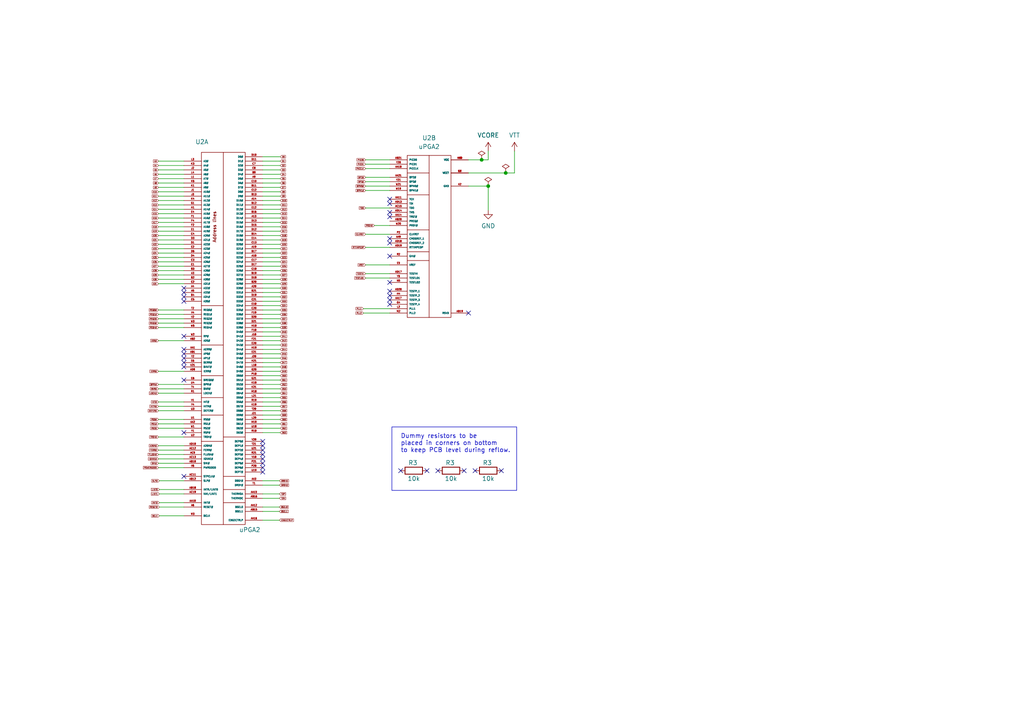
<source format=kicad_sch>
(kicad_sch (version 20230121) (generator eeschema)
  (paper "A4")
  (title_block (title "XBOX CPU inteposer") (date "2023-11-23") (rev "1.0") (company "zzattack.org"))
  (lib_symbols
    (symbol "Device:R" (pin_numbers hide) (pin_names (offset 0))
      (property "Reference" "R" (at 2.032 0 90))
      (property "Value" "R" (at 0 0 90))
      (symbol "R_1_1"
        (pin passive line (at 0 3.81 270) (length 1.27) (name "~") (number "1"))
        (pin passive line (at 0 -3.81 90) (length 1.27) (name "~") (number "2"))
      )
    )
    (symbol "interposer:VCORE" (power) (pin_names (offset 0))
      (property "Value" "VCORE" (at 0 3.556 0))
      (symbol "VCORE_1_1"
        (pin power_in line (at 0 0 90) (length 0) hide (name "VCORE") (number "1"))
      )
    )
    (symbol "interposer:VTT" (power) (pin_names (offset 0))
      (property "Value" "VTT" (at 0 3.556 0))
      (symbol "VTT_1_1"
        (pin power_in line (at 0 0 90) (length 0) hide (name "VTT") (number "1"))
      )
    )
    (symbol "interposer:uPGA2"
      (property "Reference" "U" (at -12.7 59.69 0))
      (property "Value" "uPGA2" (at 6.35 -54.61 0))
      (symbol "uPGA2_1_0"
        (text "Address lines" (at -2.54 35.56 900) (effects (font (size 0.889 0.889))))
        (pin unspecified line (at 11.43 38.1 180) (length 5.08) (name "D14#") (number "A13"))
        (pin unspecified line (at 11.43 43.18 180) (length 5.08) (name "D10#") (number "A14"))
        (pin unspecified line (at 11.43 26.67 180) (length 5.08) (name "D23#") (number "A18"))
        (pin unspecified line (at 11.43 29.21 180) (length 5.08) (name "D21#") (number "A19"))
        (pin unspecified line (at 11.43 17.78 180) (length 5.08) (name "D30#") (number "A20"))
        (pin unspecified line (at -11.43 21.59 0) (length 5.08) (name "A29#") (number "A3"))
        (pin unspecified line (at -11.43 17.78 0) (length 5.08) (name "A32#") (number "A4"))
        (pin unspecified line (at -11.43 16.51 0) (length 5.08) (name "A33#") (number "A5"))
        (pin unspecified line (at -11.43 -45.72 0) (length 5.08) (name "RESET#") (number "A6"))
        (pin unspecified line (at 11.43 49.53 180) (length 5.08) (name "D5#") (number "A9"))
        (pin unspecified line (at -11.43 0 0) (length 5.08) (name "AERR#") (number "AA1"))
        (pin unspecified line (at -11.43 -44.45 0) (length 5.08) (name "INIT#") (number "AA10"))
        (pin unspecified line (at 11.43 -45.72 180) (length 5.08) (name "BSEL0") (number "AA12"))
        (pin unspecified line (at 11.43 -41.91 180) (length 5.08) (name "THERMDA") (number "AA15"))
        (pin unspecified line (at 11.43 -49.53 180) (length 5.08) (name "EDGECTRLP") (number "AA16"))
        (pin unspecified line (at -11.43 -21.59 0) (length 5.08) (name "RS1#") (number "AA2"))
        (pin unspecified line (at 11.43 -38.1 180) (length 5.08) (name "DBSY#") (number "AA3"))
        (pin unspecified line (at -11.43 -1.27 0) (length 5.08) (name "AP0#") (number "AB1"))
        (pin unspecified line (at -11.43 -33.02 0) (length 5.08) (name "SMI#") (number "AB10"))
        (pin unspecified line (at -11.43 -38.1 0) (length 5.08) (name "SLP#") (number "AB12"))
        (pin unspecified line (at 11.43 -46.99 180) (length 5.08) (name "BSEL1") (number "AB15"))
        (pin unspecified line (at 11.43 -43.18 180) (length 5.08) (name "THERMDC") (number "AB16"))
        (pin unspecified line (at -11.43 -40.64 0) (length 5.08) (name "INTR/LINT0") (number "AB18"))
        (pin unspecified line (at -11.43 2.54 0) (length 5.08) (name "ADS#") (number "AB2"))
        (pin unspecified line (at -11.43 -36.83 0) (length 5.08) (name "STPCLK#") (number "AC11"))
        (pin unspecified line (at -11.43 -29.21 0) (length 5.08) (name "FERR#") (number "AC12"))
        (pin unspecified line (at -11.43 -31.75 0) (length 5.08) (name "IGNNE#") (number "AC13"))
        (pin unspecified line (at -11.43 -41.91 0) (length 5.08) (name "NMI/LINT1") (number "AC19"))
        (pin unspecified line (at -11.43 -30.48 0) (length 5.08) (name "FLUSH#") (number "AC9"))
        (pin unspecified line (at -11.43 -27.94 0) (length 5.08) (name "A20M#") (number "AD10"))
        (pin unspecified line (at -11.43 -6.35 0) (length 5.08) (name "IERR#") (number "AD9"))
        (pin unspecified line (at 11.43 46.99 180) (length 5.08) (name "D7#") (number "B11"))
        (pin unspecified line (at 11.43 41.91 180) (length 5.08) (name "D11#") (number "B12"))
        (pin unspecified line (at 11.43 44.45 180) (length 5.08) (name "D9#") (number "B13"))
        (pin unspecified line (at 11.43 33.02 180) (length 5.08) (name "D18#") (number "B14"))
        (pin unspecified line (at 11.43 39.37 180) (length 5.08) (name "D13#") (number "B16"))
        (pin unspecified line (at 11.43 27.94 180) (length 5.08) (name "D22#") (number "B17"))
        (pin unspecified line (at 11.43 21.59 180) (length 5.08) (name "D27#") (number "B19"))
        (pin unspecified line (at -11.43 20.32 0) (length 5.08) (name "A30#") (number "B2"))
        (pin unspecified line (at 11.43 19.05 180) (length 5.08) (name "D29#") (number "B20"))
        (pin unspecified line (at 11.43 16.51 180) (length 5.08) (name "D31#") (number "B21"))
        (pin unspecified line (at -11.43 22.86 0) (length 5.08) (name "A28#") (number "B3"))
        (pin unspecified line (at -11.43 15.24 0) (length 5.08) (name "A34#") (number "B4"))
        (pin unspecified line (at 11.43 50.8 180) (length 5.08) (name "D4#") (number "B9"))
        (pin unspecified line (at -11.43 24.13 0) (length 5.08) (name "A27#") (number "C1"))
        (pin unspecified line (at 11.43 48.26 180) (length 5.08) (name "D6#") (number "C10"))
        (pin unspecified line (at 11.43 45.72 180) (length 5.08) (name "D8#") (number "C12"))
        (pin unspecified line (at 11.43 30.48 180) (length 5.08) (name "D20#") (number "C13"))
        (pin unspecified line (at 11.43 25.4 180) (length 5.08) (name "D24#") (number "C17"))
        (pin unspecified line (at 11.43 22.86 180) (length 5.08) (name "D26#") (number "C18"))
        (pin unspecified line (at -11.43 19.05 0) (length 5.08) (name "A31#") (number "C2"))
        (pin unspecified line (at 11.43 11.43 180) (length 5.08) (name "D35#") (number "C20"))
        (pin unspecified line (at 11.43 13.97 180) (length 5.08) (name "D33#") (number "C21"))
        (pin unspecified line (at -11.43 25.4 0) (length 5.08) (name "A26#") (number "C3"))
        (pin unspecified line (at -11.43 33.02 0) (length 5.08) (name "A20#") (number "C4"))
        (pin unspecified line (at -11.43 13.97 0) (length 5.08) (name "A35#") (number "C5"))
        (pin unspecified line (at -11.43 -8.89 0) (length 5.08) (name "BREQ0#") (number "C6"))
        (pin unspecified line (at 11.43 53.34 180) (length 5.08) (name "D2#") (number "C7"))
        (pin unspecified line (at 11.43 52.07 180) (length 5.08) (name "D3#") (number "C8"))
        (pin unspecified line (at -11.43 30.48 0) (length 5.08) (name "A22#") (number "D1"))
        (pin unspecified line (at 11.43 55.88 180) (length 5.08) (name "D0#") (number "D10"))
        (pin unspecified line (at 11.43 54.61 180) (length 5.08) (name "D1#") (number "D11"))
        (pin unspecified line (at 11.43 34.29 180) (length 5.08) (name "D17#") (number "D12"))
        (pin unspecified line (at 11.43 36.83 180) (length 5.08) (name "D15#") (number "D13"))
        (pin unspecified line (at 11.43 35.56 180) (length 5.08) (name "D16#") (number "D15"))
        (pin unspecified line (at 11.43 24.13 180) (length 5.08) (name "D25#") (number "D17"))
        (pin unspecified line (at 11.43 20.32 180) (length 5.08) (name "D28#") (number "D18"))
        (pin unspecified line (at 11.43 15.24 180) (length 5.08) (name "D32#") (number "D19"))
        (pin unspecified line (at 11.43 8.89 180) (length 5.08) (name "D37#") (number "D20"))
        (pin unspecified line (at 11.43 7.62 180) (length 5.08) (name "D38#") (number "D21"))
        (pin unspecified line (at -11.43 31.75 0) (length 5.08) (name "A21#") (number "D3"))
        (pin unspecified line (at -11.43 26.67 0) (length 5.08) (name "A25#") (number "D4"))
        (pin unspecified line (at -11.43 27.94 0) (length 5.08) (name "A24#") (number "D5"))
        (pin unspecified line (at -11.43 34.29 0) (length 5.08) (name "A19#") (number "E1"))
        (pin unspecified line (at 11.43 40.64 180) (length 5.08) (name "D12#") (number "E12"))
        (pin unspecified line (at 11.43 31.75 180) (length 5.08) (name "D19#") (number "E14"))
        (pin unspecified line (at 11.43 12.7 180) (length 5.08) (name "D34#") (number "E18"))
        (pin unspecified line (at -11.43 29.21 0) (length 5.08) (name "A23#") (number "E2"))
        (pin unspecified line (at 11.43 1.27 180) (length 5.08) (name "D43#") (number "E20"))
        (pin unspecified line (at 11.43 -1.27 180) (length 5.08) (name "D45#") (number "E21"))
        (pin unspecified line (at -11.43 39.37 0) (length 5.08) (name "A15#") (number "E4"))
        (pin unspecified line (at -11.43 -3.81 0) (length 5.08) (name "BERR#") (number "E6"))
        (pin unspecified line (at -11.43 38.1 0) (length 5.08) (name "A16#") (number "F1"))
        (pin unspecified line (at 11.43 5.08 180) (length 5.08) (name "D40#") (number "F18"))
        (pin unspecified line (at 11.43 10.16 180) (length 5.08) (name "D36#") (number "F19"))
        (pin unspecified line (at -11.43 35.56 0) (length 5.08) (name "A18#") (number "F2"))
        (pin unspecified line (at 11.43 2.54 180) (length 5.08) (name "D42#") (number "F21"))
        (pin unspecified line (at -11.43 36.83 0) (length 5.08) (name "A17#") (number "F4"))
        (pin unspecified line (at -11.43 41.91 0) (length 5.08) (name "A13#") (number "G1"))
        (pin unspecified line (at 11.43 -6.35 180) (length 5.08) (name "D49#") (number "G20"))
        (pin unspecified line (at 11.43 -8.89 180) (length 5.08) (name "D51#") (number "G21"))
        (pin unspecified line (at -11.43 40.64 0) (length 5.08) (name "A14#") (number "H1"))
        (pin unspecified line (at 11.43 6.35 180) (length 5.08) (name "D39#") (number "H18"))
        (pin unspecified line (at 11.43 0 180) (length 5.08) (name "D44#") (number "H19"))
        (pin unspecified line (at 11.43 -3.81 180) (length 5.08) (name "D47#") (number "H21"))
        (pin unspecified line (at -11.43 45.72 0) (length 5.08) (name "A10#") (number "J1"))
        (pin unspecified line (at 11.43 3.81 180) (length 5.08) (name "D41#") (number "J18"))
        (pin unspecified line (at -11.43 52.07 0) (length 5.08) (name "A5#") (number "J2"))
        (pin unspecified line (at 11.43 -2.54 180) (length 5.08) (name "D46#") (number "J20"))
        (pin unspecified line (at 11.43 -19.05 180) (length 5.08) (name "D59#") (number "J21"))
        (pin unspecified line (at -11.43 44.45 0) (length 5.08) (name "A11#") (number "J3"))
        (pin unspecified line (at -11.43 46.99 0) (length 5.08) (name "A9#") (number "K1"))
        (pin unspecified line (at 11.43 -10.16 180) (length 5.08) (name "D52#") (number "K18"))
        (pin unspecified line (at 11.43 -16.51 180) (length 5.08) (name "D57#") (number "K19"))
        (pin unspecified line (at 11.43 -11.43 180) (length 5.08) (name "D53#") (number "K21"))
        (pin unspecified line (at -11.43 53.34 0) (length 5.08) (name "A4#") (number "K3"))
        (pin unspecified line (at -11.43 43.18 0) (length 5.08) (name "A12#") (number "K4"))
        (pin unspecified line (at -11.43 48.26 0) (length 5.08) (name "A8#") (number "K5"))
        (pin unspecified line (at -11.43 49.53 0) (length 5.08) (name "A7#") (number "L1"))
        (pin unspecified line (at 11.43 -5.08 180) (length 5.08) (name "D48#") (number "L18"))
        (pin unspecified line (at 11.43 -20.32 180) (length 5.08) (name "D60#") (number "L20"))
        (pin unspecified line (at 11.43 -13.97 180) (length 5.08) (name "D55#") (number "L21"))
        (pin unspecified line (at -11.43 54.61 0) (length 5.08) (name "A3#") (number "L3"))
        (pin unspecified line (at -11.43 50.8 0) (length 5.08) (name "A6#") (number "L4"))
        (pin unspecified line (at 11.43 -12.7 180) (length 5.08) (name "D54#") (number "M18"))
        (pin unspecified line (at 11.43 -21.59 180) (length 5.08) (name "D61#") (number "M19"))
        (pin unspecified line (at -11.43 -48.26 0) (length 5.08) (name "BCLK") (number "M3"))
        (pin unspecified line (at 11.43 -7.62 180) (length 5.08) (name "D50#") (number "P18"))
        (pin unspecified line (at 11.43 -34.29 180) (length 5.08) (name "DEP6#") (number "P20"))
        (pin unspecified line (at 11.43 -33.02 180) (length 5.08) (name "DEP5#") (number "P21"))
        (pin unspecified line (at -11.43 -12.7 0) (length 5.08) (name "LOCK#") (number "R1"))
        (pin unspecified line (at 11.43 -24.13 180) (length 5.08) (name "D63#") (number "R18"))
        (pin unspecified line (at 11.43 -15.24 180) (length 5.08) (name "D56#") (number "R19"))
        (pin unspecified line (at 11.43 -30.48 180) (length 5.08) (name "DEP3#") (number "R21"))
        (pin unspecified line (at 11.43 -39.37 180) (length 5.08) (name "DRDY#") (number "T1"))
        (pin unspecified line (at -11.43 11.43 0) (length 5.08) (name "REQ0#") (number "T2"))
        (pin unspecified line (at 11.43 -17.78 180) (length 5.08) (name "D58#") (number "T20"))
        (pin unspecified line (at 11.43 -27.94 180) (length 5.08) (name "DEP1#") (number "T21"))
        (pin unspecified line (at -11.43 -11.43 0) (length 5.08) (name "BNR#") (number "T4"))
        (pin unspecified line (at -11.43 -20.32 0) (length 5.08) (name "RS0#") (number "U1"))
        (pin unspecified line (at 11.43 -22.86 180) (length 5.08) (name "D62#") (number "U18"))
        (pin unspecified line (at 11.43 -35.56 180) (length 5.08) (name "DEP7#") (number "U19"))
        (pin unspecified line (at -11.43 -25.4 0) (length 5.08) (name "TRDY#") (number "U2"))
        (pin unspecified line (at 11.43 -29.21 180) (length 5.08) (name "DEP2#") (number "U21"))
        (pin unspecified line (at -11.43 -17.78 0) (length 5.08) (name "DEFER#") (number "U3"))
        (pin unspecified line (at -11.43 -10.16 0) (length 5.08) (name "BPRI#") (number "U4"))
        (pin unspecified line (at -11.43 -15.24 0) (length 5.08) (name "HIT#") (number "V1"))
        (pin unspecified line (at 11.43 -31.75 180) (length 5.08) (name "DEP4#") (number "V18"))
        (pin unspecified line (at -11.43 8.89 0) (length 5.08) (name "REQ2#") (number "V2"))
        (pin unspecified line (at 11.43 -26.67 180) (length 5.08) (name "DEP0#") (number "V20"))
        (pin unspecified line (at -11.43 -5.08 0) (length 5.08) (name "BINIT#") (number "V21"))
        (pin unspecified line (at -11.43 10.16 0) (length 5.08) (name "REQ1#") (number "V4"))
        (pin unspecified line (at -11.43 -34.29 0) (length 5.08) (name "PWRGOOD") (number "V5"))
        (pin unspecified line (at -11.43 -22.86 0) (length 5.08) (name "RS2#") (number "W1"))
        (pin unspecified line (at -11.43 3.81 0) (length 5.08) (name "RP#") (number "W2"))
        (pin unspecified line (at -11.43 7.62 0) (length 5.08) (name "REQ3#") (number "W3"))
        (pin unspecified line (at -11.43 6.35 0) (length 5.08) (name "REQ4#") (number "W5"))
        (pin unspecified line (at -11.43 -24.13 0) (length 5.08) (name "RSP#") (number "Y1"))
        (pin unspecified line (at -11.43 -2.54 0) (length 5.08) (name "AP1#") (number "Y2"))
        (pin unspecified line (at -11.43 -16.51 0) (length 5.08) (name "HITM#") (number "Y4"))
      )
      (symbol "uPGA2_2_0"
        (pin power_in line (at 11.43 12.7 180) (length 5.08) hide (name "GND") (number "A12"))
        (pin power_in line (at 11.43 12.7 180) (length 5.08) (name "GND") (number "A2"))
        (pin power_in line (at 11.43 12.7 180) (length 5.08) hide (name "GND") (number "A21"))
        (pin power_in line (at 11.43 12.7 180) (length 5.08) hide (name "GND") (number "A7"))
        (pin power_in line (at 11.43 12.7 180) (length 5.08) hide (name "GND") (number "A8"))
        (pin unspecified line (at -11.43 8.89 0) (length 5.08) (name "TCK") (number "AA11"))
        (pin power_in line (at 11.43 12.7 180) (length 5.08) hide (name "GND") (number "AA13"))
        (pin unspecified line (at -11.43 3.81 0) (length 5.08) (name "TRST#") (number "AA14"))
        (pin unspecified line (at -11.43 -20.32 0) (length 5.08) (name "TESTP_3") (number "AA17"))
        (pin unspecified line (at -11.43 17.78 0) (length 5.08) (name "PICCLK") (number "AA18"))
        (pin power_in line (at 11.43 12.7 180) (length 5.08) hide (name "GND") (number "AA20"))
        (pin unspecified line (at -11.43 15.24 0) (length 5.08) (name "BP2#") (number "AA21"))
        (pin power_in line (at 11.43 12.7 180) (length 5.08) hide (name "GND") (number "AA4"))
        (pin power_in line (at 11.43 16.51 180) (length 5.08) hide (name "VCCT") (number "AA6"))
        (pin power_in line (at 11.43 16.51 180) (length 5.08) hide (name "VCCT") (number "AA7"))
        (pin power_in line (at 11.43 16.51 180) (length 5.08) hide (name "VCCT") (number "AA8"))
        (pin unspecified line (at -11.43 -2.54 0) (length 5.08) (name "CMOSREF_1") (number "AA9"))
        (pin power_in line (at 11.43 12.7 180) (length 5.08) hide (name "GND") (number "AB11"))
        (pin power_in line (at 11.43 12.7 180) (length 5.08) hide (name "GND") (number "AB13"))
        (pin power_in line (at 11.43 12.7 180) (length 5.08) hide (name "GND") (number "AB14"))
        (pin power_in line (at 11.43 12.7 180) (length 5.08) hide (name "GND") (number "AB17"))
        (pin unspecified line (at 11.43 -24.13 180) (length 5.08) (name "RSVD") (number "AB19"))
        (pin unspecified line (at -11.43 2.54 0) (length 5.08) (name "PREQ#") (number "AB20"))
        (pin unspecified line (at -11.43 20.32 0) (length 5.08) (name "PICD0") (number "AB21"))
        (pin power_in line (at 11.43 12.7 180) (length 5.08) hide (name "GND") (number "AB3"))
        (pin power_in line (at 11.43 12.7 180) (length 5.08) hide (name "GND") (number "AB5"))
        (pin power_in line (at 11.43 16.51 180) (length 5.08) hide (name "VCCT") (number "AB6"))
        (pin power_in line (at 11.43 16.51 180) (length 5.08) hide (name "VCCT") (number "AB7"))
        (pin power_in line (at 11.43 16.51 180) (length 5.08) hide (name "VCCT") (number "AB8"))
        (pin power_in line (at 11.43 12.7 180) (length 5.08) hide (name "GND") (number "AB9"))
        (pin power_in line (at 11.43 12.7 180) (length 5.08) hide (name "GND") (number "AC1"))
        (pin power_in line (at 11.43 12.7 180) (length 5.08) hide (name "GND") (number "AC10"))
        (pin power_in line (at 11.43 12.7 180) (length 5.08) hide (name "GND") (number "AC14"))
        (pin unspecified line (at -11.43 6.35 0) (length 5.08) (name "TDO") (number "AC15"))
        (pin power_in line (at 11.43 12.7 180) (length 5.08) hide (name "GND") (number "AC16"))
        (pin power_in line (at 11.43 12.7 180) (length 5.08) hide (name "GND") (number "AC18"))
        (pin power_in line (at 11.43 12.7 180) (length 5.08) hide (name "GND") (number "AC2"))
        (pin power_in line (at 11.43 12.7 180) (length 5.08) hide (name "GND") (number "AC21"))
        (pin power_in line (at 11.43 12.7 180) (length 5.08) hide (name "GND") (number "AC5"))
        (pin power_in line (at 11.43 16.51 180) (length 5.08) hide (name "VCCT") (number "AC6"))
        (pin power_in line (at 11.43 16.51 180) (length 5.08) hide (name "VCCT") (number "AC7"))
        (pin power_in line (at 11.43 16.51 180) (length 5.08) hide (name "VCCT") (number "AC8"))
        (pin power_in line (at 11.43 12.7 180) (length 5.08) hide (name "GND") (number "AD1"))
        (pin unspecified line (at -11.43 7.62 0) (length 5.08) (name "TDI") (number "AD13"))
        (pin unspecified line (at -11.43 5.08 0) (length 5.08) (name "TMS") (number "AD14"))
        (pin power_in line (at 11.43 12.7 180) (length 5.08) hide (name "GND") (number "AD16"))
        (pin unspecified line (at -11.43 -12.7 0) (length 5.08) (name "TESTHI") (number "AD17"))
        (pin unspecified line (at -11.43 -3.81 0) (length 5.08) (name "CMOSREF_2") (number "AD18"))
        (pin unspecified line (at -11.43 -5.08 0) (length 5.08) (name "RTTIMPEDP") (number "AD19"))
        (pin unspecified line (at -11.43 -17.78 0) (length 5.08) (name "TESTP_1") (number "AD20"))
        (pin power_in line (at 11.43 12.7 180) (length 5.08) hide (name "GND") (number "AD21"))
        (pin power_in line (at 11.43 12.7 180) (length 5.08) hide (name "GND") (number "AD5"))
        (pin power_in line (at 11.43 16.51 180) (length 5.08) hide (name "VCCT") (number "AD6"))
        (pin power_in line (at 11.43 16.51 180) (length 5.08) hide (name "VCCT") (number "AD7"))
        (pin power_in line (at 11.43 16.51 180) (length 5.08) hide (name "VCCT") (number "AD8"))
        (pin power_in line (at 11.43 12.7 180) (length 5.08) hide (name "GND") (number "B1"))
        (pin power_in line (at 11.43 12.7 180) (length 5.08) hide (name "GND") (number "B10"))
        (pin power_in line (at 11.43 12.7 180) (length 5.08) hide (name "GND") (number "B15"))
        (pin power_in line (at 11.43 12.7 180) (length 5.08) hide (name "GND") (number "B18"))
        (pin power_in line (at 11.43 12.7 180) (length 5.08) hide (name "GND") (number "B5"))
        (pin power_in line (at 11.43 12.7 180) (length 5.08) hide (name "GND") (number "B6"))
        (pin power_in line (at 11.43 12.7 180) (length 5.08) hide (name "GND") (number "B7"))
        (pin power_in line (at 11.43 12.7 180) (length 5.08) hide (name "GND") (number "B8"))
        (pin power_in line (at 11.43 12.7 180) (length 5.08) hide (name "GND") (number "C11"))
        (pin power_in line (at 11.43 12.7 180) (length 5.08) hide (name "GND") (number "C15"))
        (pin power_in line (at 11.43 12.7 180) (length 5.08) hide (name "GND") (number "C16"))
        (pin power_in line (at 11.43 12.7 180) (length 5.08) hide (name "GND") (number "C19"))
        (pin power_in line (at 11.43 12.7 180) (length 5.08) hide (name "GND") (number "C9"))
        (pin power_in line (at 11.43 12.7 180) (length 5.08) hide (name "GND") (number "D2"))
        (pin power_in line (at 11.43 12.7 180) (length 5.08) hide (name "GND") (number "D6"))
        (pin power_in line (at 11.43 12.7 180) (length 5.08) hide (name "GND") (number "D7"))
        (pin power_in line (at 11.43 12.7 180) (length 5.08) hide (name "GND") (number "D9"))
        (pin power_in line (at 11.43 12.7 180) (length 5.08) hide (name "GND") (number "E10"))
        (pin power_in line (at 11.43 12.7 180) (length 5.08) hide (name "GND") (number "E11"))
        (pin power_in line (at 11.43 12.7 180) (length 5.08) hide (name "GND") (number "E13"))
        (pin power_in line (at -11.43 -10.16 0) (length 5.08) hide (name "VREF") (number "E16"))
        (pin power_in line (at -11.43 -10.16 0) (length 5.08) hide (name "VREF") (number "E17"))
        (pin power_in line (at 11.43 12.7 180) (length 5.08) hide (name "GND") (number "E19"))
        (pin power_in line (at 11.43 12.7 180) (length 5.08) hide (name "GND") (number "E3"))
        (pin unspecified line (at -11.43 -10.16 0) (length 5.08) (name "VREF") (number "E5"))
        (pin power_in line (at 11.43 12.7 180) (length 5.08) hide (name "GND") (number "E7"))
        (pin power_in line (at 11.43 12.7 180) (length 5.08) hide (name "GND") (number "E8"))
        (pin power_in line (at 11.43 12.7 180) (length 5.08) hide (name "GND") (number "E9"))
        (pin power_in line (at 11.43 12.7 180) (length 5.08) hide (name "GND") (number "F10"))
        (pin power_in line (at 11.43 12.7 180) (length 5.08) hide (name "GND") (number "F11"))
        (pin power_in line (at 11.43 12.7 180) (length 5.08) hide (name "GND") (number "F12"))
        (pin power_in line (at 11.43 12.7 180) (length 5.08) hide (name "GND") (number "F13"))
        (pin power_in line (at 11.43 12.7 180) (length 5.08) hide (name "GND") (number "F14"))
        (pin power_in line (at 11.43 12.7 180) (length 5.08) hide (name "GND") (number "F15"))
        (pin power_in line (at 11.43 12.7 180) (length 5.08) hide (name "GND") (number "F16"))
        (pin power_in line (at -11.43 -10.16 0) (length 5.08) hide (name "VREF") (number "F17"))
        (pin power_in line (at 11.43 12.7 180) (length 5.08) hide (name "GND") (number "F20"))
        (pin power_in line (at 11.43 12.7 180) (length 5.08) hide (name "GND") (number "F3"))
        (pin power_in line (at -11.43 -10.16 0) (length 5.08) hide (name "VREF") (number "F5"))
        (pin power_in line (at 11.43 12.7 180) (length 5.08) hide (name "GND") (number "F6"))
        (pin power_in line (at 11.43 12.7 180) (length 5.08) hide (name "GND") (number "F7"))
        (pin power_in line (at 11.43 12.7 180) (length 5.08) hide (name "GND") (number "F8"))
        (pin power_in line (at 11.43 12.7 180) (length 5.08) hide (name "GND") (number "F9"))
        (pin power_in line (at 11.43 16.51 180) (length 5.08) hide (name "VCCT") (number "G10"))
        (pin power_in line (at 11.43 16.51 180) (length 5.08) hide (name "VCCT") (number "G11"))
        (pin power_in line (at 11.43 16.51 180) (length 5.08) hide (name "VCCT") (number "G12"))
        (pin power_in line (at 11.43 16.51 180) (length 5.08) hide (name "VCCT") (number "G13"))
        (pin power_in line (at 11.43 16.51 180) (length 5.08) hide (name "VCCT") (number "G14"))
        (pin power_in line (at 11.43 16.51 180) (length 5.08) hide (name "VCCT") (number "G15"))
        (pin power_in line (at 11.43 16.51 180) (length 5.08) hide (name "VCCT") (number "G16"))
        (pin power_in line (at 11.43 16.51 180) (length 5.08) hide (name "VCCT") (number "G17"))
        (pin power_in line (at 11.43 12.7 180) (length 5.08) hide (name "GND") (number "G19"))
        (pin power_in line (at 11.43 12.7 180) (length 5.08) hide (name "GND") (number "G3"))
        (pin unspecified line (at -11.43 -21.59 0) (length 5.08) (name "TESTP_4") (number "G4"))
        (pin power_in line (at 11.43 16.51 180) (length 5.08) (name "VCCT") (number "G6"))
        (pin power_in line (at 11.43 16.51 180) (length 5.08) (name "VCCT") (number "G7"))
        (pin power_in line (at 11.43 16.51 180) (length 5.08) hide (name "VCCT") (number "G8"))
        (pin power_in line (at 11.43 16.51 180) (length 5.08) hide (name "VCCT") (number "G9"))
        (pin power_in line (at 11.43 20.32 180) (length 5.08) (name "VCC") (number "H10"))
        (pin power_in line (at 11.43 12.7 180) (length 5.08) hide (name "GND") (number "H11"))
        (pin power_in line (at 11.43 20.32 180) (length 5.08) hide (name "VCC") (number "H12"))
        (pin power_in line (at 11.43 12.7 180) (length 5.08) hide (name "GND") (number "H13"))
        (pin power_in line (at 11.43 20.32 180) (length 5.08) hide (name "VCC") (number "H14"))
        (pin power_in line (at 11.43 12.7 180) (length 5.08) hide (name "GND") (number "H15"))
        (pin power_in line (at 11.43 20.32 180) (length 5.08) hide (name "VCC") (number "H16"))
        (pin power_in line (at 11.43 16.51 180) (length 5.08) hide (name "VCCT") (number "H17"))
        (pin power_in line (at 11.43 12.7 180) (length 5.08) hide (name "GND") (number "H2"))
        (pin power_in line (at 11.43 12.7 180) (length 5.08) hide (name "GND") (number "H20"))
        (pin unspecified line (at -11.43 -19.05 0) (length 5.08) (name "TESTP_2") (number "H4"))
        (pin power_in line (at 11.43 16.51 180) (length 5.08) hide (name "VCCT") (number "H6"))
        (pin power_in line (at 11.43 12.7 180) (length 5.08) hide (name "GND") (number "H7"))
        (pin power_in line (at 11.43 20.32 180) (length 5.08) (name "VCC") (number "H8"))
        (pin power_in line (at 11.43 12.7 180) (length 5.08) hide (name "GND") (number "H9"))
        (pin power_in line (at 11.43 12.7 180) (length 5.08) hide (name "GND") (number "J10"))
        (pin power_in line (at 11.43 20.32 180) (length 5.08) hide (name "VCC") (number "J11"))
        (pin power_in line (at 11.43 12.7 180) (length 5.08) hide (name "GND") (number "J12"))
        (pin power_in line (at 11.43 20.32 180) (length 5.08) hide (name "VCC") (number "J13"))
        (pin power_in line (at 11.43 12.7 180) (length 5.08) hide (name "GND") (number "J14"))
        (pin power_in line (at 11.43 20.32 180) (length 5.08) hide (name "VCC") (number "J15"))
        (pin power_in line (at 11.43 12.7 180) (length 5.08) hide (name "GND") (number "J16"))
        (pin power_in line (at 11.43 16.51 180) (length 5.08) hide (name "VCCT") (number "J17"))
        (pin power_in line (at 11.43 12.7 180) (length 5.08) hide (name "GND") (number "J19"))
        (pin power_in line (at 11.43 12.7 180) (length 5.08) hide (name "GND") (number "J4"))
        (pin power_in line (at 11.43 16.51 180) (length 5.08) hide (name "VCCT") (number "J6"))
        (pin power_in line (at 11.43 20.32 180) (length 5.08) hide (name "VCC") (number "J7"))
        (pin power_in line (at 11.43 12.7 180) (length 5.08) hide (name "GND") (number "J8"))
        (pin power_in line (at 11.43 20.32 180) (length 5.08) hide (name "VCC") (number "J9"))
        (pin power_in line (at 11.43 20.32 180) (length 5.08) hide (name "VCC") (number "K10"))
        (pin power_in line (at 11.43 12.7 180) (length 5.08) hide (name "GND") (number "K11"))
        (pin power_in line (at 11.43 20.32 180) (length 5.08) hide (name "VCC") (number "K12"))
        (pin power_in line (at 11.43 12.7 180) (length 5.08) hide (name "GND") (number "K13"))
        (pin power_in line (at 11.43 20.32 180) (length 5.08) hide (name "VCC") (number "K14"))
        (pin power_in line (at 11.43 12.7 180) (length 5.08) hide (name "GND") (number "K15"))
        (pin power_in line (at 11.43 20.32 180) (length 5.08) hide (name "VCC") (number "K16"))
        (pin power_in line (at 11.43 16.51 180) (length 5.08) hide (name "VCCT") (number "K17"))
        (pin power_in line (at 11.43 12.7 180) (length 5.08) hide (name "GND") (number "K2"))
        (pin power_in line (at 11.43 12.7 180) (length 5.08) hide (name "GND") (number "K20"))
        (pin power_in line (at 11.43 16.51 180) (length 5.08) hide (name "VCCT") (number "K6"))
        (pin power_in line (at 11.43 12.7 180) (length 5.08) hide (name "GND") (number "K7"))
        (pin power_in line (at 11.43 20.32 180) (length 5.08) hide (name "VCC") (number "K8"))
        (pin power_in line (at 11.43 12.7 180) (length 5.08) hide (name "GND") (number "K9"))
        (pin power_in line (at 11.43 12.7 180) (length 5.08) hide (name "GND") (number "L10"))
        (pin power_in line (at 11.43 20.32 180) (length 5.08) hide (name "VCC") (number "L11"))
        (pin power_in line (at 11.43 12.7 180) (length 5.08) hide (name "GND") (number "L12"))
        (pin power_in line (at 11.43 20.32 180) (length 5.08) hide (name "VCC") (number "L13"))
        (pin power_in line (at 11.43 12.7 180) (length 5.08) hide (name "GND") (number "L14"))
        (pin power_in line (at 11.43 20.32 180) (length 5.08) hide (name "VCC") (number "L15"))
        (pin power_in line (at 11.43 12.7 180) (length 5.08) hide (name "GND") (number "L16"))
        (pin power_in line (at 11.43 16.51 180) (length 5.08) hide (name "VCCT") (number "L17"))
        (pin power_in line (at 11.43 12.7 180) (length 5.08) hide (name "GND") (number "L19"))
        (pin unspecified line (at -11.43 -22.86 0) (length 5.08) (name "PLL1") (number "L2"))
        (pin power_in line (at 11.43 12.7 180) (length 5.08) hide (name "GND") (number "L5"))
        (pin power_in line (at 11.43 16.51 180) (length 5.08) hide (name "VCCT") (number "L6"))
        (pin power_in line (at 11.43 20.32 180) (length 5.08) hide (name "VCC") (number "L7"))
        (pin power_in line (at 11.43 12.7 180) (length 5.08) hide (name "GND") (number "L8"))
        (pin power_in line (at 11.43 20.32 180) (length 5.08) hide (name "VCC") (number "L9"))
        (pin power_in line (at 11.43 20.32 180) (length 5.08) hide (name "VCC") (number "M10"))
        (pin power_in line (at 11.43 12.7 180) (length 5.08) hide (name "GND") (number "M11"))
        (pin power_in line (at 11.43 20.32 180) (length 5.08) hide (name "VCC") (number "M12"))
        (pin power_in line (at 11.43 12.7 180) (length 5.08) hide (name "GND") (number "M13"))
        (pin power_in line (at 11.43 20.32 180) (length 5.08) hide (name "VCC") (number "M14"))
        (pin power_in line (at 11.43 12.7 180) (length 5.08) hide (name "GND") (number "M15"))
        (pin power_in line (at 11.43 20.32 180) (length 5.08) hide (name "VCC") (number "M16"))
        (pin power_in line (at 11.43 16.51 180) (length 5.08) hide (name "VCCT") (number "M17"))
        (pin unspecified line (at -11.43 -24.13 0) (length 5.08) (name "PLL2") (number "M2"))
        (pin power_in line (at 11.43 12.7 180) (length 5.08) hide (name "GND") (number "M20"))
        (pin power_in line (at 11.43 16.51 180) (length 5.08) hide (name "VCCT") (number "M6"))
        (pin power_in line (at 11.43 12.7 180) (length 5.08) hide (name "GND") (number "M7"))
        (pin power_in line (at 11.43 20.32 180) (length 5.08) hide (name "VCC") (number "M8"))
        (pin power_in line (at 11.43 12.7 180) (length 5.08) hide (name "GND") (number "M9"))
        (pin power_in line (at 11.43 12.7 180) (length 5.08) hide (name "GND") (number "N10"))
        (pin power_in line (at 11.43 20.32 180) (length 5.08) hide (name "VCC") (number "N11"))
        (pin power_in line (at 11.43 12.7 180) (length 5.08) hide (name "GND") (number "N12"))
        (pin power_in line (at 11.43 20.32 180) (length 5.08) hide (name "VCC") (number "N13"))
        (pin power_in line (at 11.43 12.7 180) (length 5.08) hide (name "GND") (number "N14"))
        (pin power_in line (at 11.43 20.32 180) (length 5.08) hide (name "VCC") (number "N15"))
        (pin power_in line (at 11.43 12.7 180) (length 5.08) hide (name "GND") (number "N16"))
        (pin power_in line (at 11.43 16.51 180) (length 5.08) hide (name "VCCT") (number "N17"))
        (pin power_in line (at 11.43 12.7 180) (length 5.08) hide (name "GND") (number "N18"))
        (pin power_in line (at 11.43 12.7 180) (length 5.08) hide (name "GND") (number "N19"))
        (pin power_in line (at 11.43 12.7 180) (length 5.08) hide (name "GND") (number "N2"))
        (pin power_in line (at 11.43 12.7 180) (length 5.08) hide (name "GND") (number "N20"))
        (pin power_in line (at 11.43 12.7 180) (length 5.08) hide (name "GND") (number "N3"))
        (pin power_in line (at 11.43 12.7 180) (length 5.08) hide (name "GND") (number "N4"))
        (pin unspecified line (at -11.43 -15.24 0) (length 5.08) (name "TESTLO2") (number "N5"))
        (pin power_in line (at 11.43 16.51 180) (length 5.08) hide (name "VCCT") (number "N6"))
        (pin power_in line (at 11.43 20.32 180) (length 5.08) hide (name "VCC") (number "N7"))
        (pin power_in line (at 11.43 12.7 180) (length 5.08) hide (name "GND") (number "N8"))
        (pin power_in line (at 11.43 20.32 180) (length 5.08) hide (name "VCC") (number "N9"))
        (pin power_in line (at 11.43 16.51 180) (length 5.08) hide (name "VCCT") (number "P1"))
        (pin power_in line (at 11.43 20.32 180) (length 5.08) hide (name "VCC") (number "P10"))
        (pin power_in line (at 11.43 12.7 180) (length 5.08) hide (name "GND") (number "P11"))
        (pin power_in line (at 11.43 20.32 180) (length 5.08) hide (name "VCC") (number "P12"))
        (pin power_in line (at 11.43 12.7 180) (length 5.08) hide (name "GND") (number "P13"))
        (pin power_in line (at 11.43 20.32 180) (length 5.08) hide (name "VCC") (number "P14"))
        (pin power_in line (at 11.43 12.7 180) (length 5.08) hide (name "GND") (number "P15"))
        (pin power_in line (at 11.43 20.32 180) (length 5.08) hide (name "VCC") (number "P16"))
        (pin power_in line (at 11.43 16.51 180) (length 5.08) hide (name "VCCT") (number "P17"))
        (pin power_in line (at 11.43 12.7 180) (length 5.08) hide (name "GND") (number "P19"))
        (pin unspecified line (at -11.43 -1.27 0) (length 5.08) (name "CLKREF") (number "P2"))
        (pin power_in line (at 11.43 12.7 180) (length 5.08) hide (name "GND") (number "P5"))
        (pin power_in line (at 11.43 16.51 180) (length 5.08) hide (name "VCCT") (number "P6"))
        (pin power_in line (at 11.43 12.7 180) (length 5.08) hide (name "GND") (number "P7"))
        (pin power_in line (at 11.43 20.32 180) (length 5.08) hide (name "VCC") (number "P8"))
        (pin power_in line (at 11.43 12.7 180) (length 5.08) hide (name "GND") (number "P9"))
        (pin power_in line (at 11.43 12.7 180) (length 5.08) hide (name "GND") (number "R10"))
        (pin power_in line (at 11.43 20.32 180) (length 5.08) hide (name "VCC") (number "R11"))
        (pin power_in line (at 11.43 12.7 180) (length 5.08) hide (name "GND") (number "R12"))
        (pin power_in line (at 11.43 20.32 180) (length 5.08) hide (name "VCC") (number "R13"))
        (pin power_in line (at 11.43 12.7 180) (length 5.08) hide (name "GND") (number "R14"))
        (pin power_in line (at 11.43 20.32 180) (length 5.08) hide (name "VCC") (number "R15"))
        (pin power_in line (at 11.43 12.7 180) (length 5.08) hide (name "GND") (number "R16"))
        (pin power_in line (at 11.43 16.51 180) (length 5.08) hide (name "VCCT") (number "R17"))
        (pin unspecified line (at -11.43 -7.62 0) (length 5.08) (name "GHI#") (number "R2"))
        (pin power_in line (at 11.43 12.7 180) (length 5.08) hide (name "GND") (number "R20"))
        (pin power_in line (at 11.43 12.7 180) (length 5.08) hide (name "GND") (number "R3"))
        (pin power_in line (at 11.43 12.7 180) (length 5.08) hide (name "GND") (number "R4"))
        (pin power_in line (at 11.43 12.7 180) (length 5.08) hide (name "GND") (number "R5"))
        (pin power_in line (at 11.43 16.51 180) (length 5.08) hide (name "VCCT") (number "R6"))
        (pin power_in line (at 11.43 20.32 180) (length 5.08) hide (name "VCC") (number "R7"))
        (pin power_in line (at 11.43 12.7 180) (length 5.08) hide (name "GND") (number "R8"))
        (pin power_in line (at 11.43 20.32 180) (length 5.08) hide (name "VCC") (number "R9"))
        (pin power_in line (at 11.43 20.32 180) (length 5.08) hide (name "VCC") (number "T10"))
        (pin power_in line (at 11.43 12.7 180) (length 5.08) hide (name "GND") (number "T11"))
        (pin power_in line (at 11.43 20.32 180) (length 5.08) hide (name "VCC") (number "T12"))
        (pin power_in line (at 11.43 12.7 180) (length 5.08) hide (name "GND") (number "T13"))
        (pin power_in line (at 11.43 20.32 180) (length 5.08) hide (name "VCC") (number "T14"))
        (pin power_in line (at 11.43 12.7 180) (length 5.08) hide (name "GND") (number "T15"))
        (pin power_in line (at 11.43 20.32 180) (length 5.08) hide (name "VCC") (number "T16"))
        (pin power_in line (at 11.43 16.51 180) (length 5.08) hide (name "VCCT") (number "T17"))
        (pin power_in line (at 11.43 12.7 180) (length 5.08) hide (name "GND") (number "T18"))
        (pin power_in line (at 11.43 12.7 180) (length 5.08) hide (name "GND") (number "T19"))
        (pin power_in line (at 11.43 12.7 180) (length 5.08) hide (name "GND") (number "T3"))
        (pin power_in line (at 11.43 12.7 180) (length 5.08) hide (name "GND") (number "T5"))
        (pin power_in line (at 11.43 16.51 180) (length 5.08) hide (name "VCCT") (number "T6"))
        (pin power_in line (at 11.43 12.7 180) (length 5.08) hide (name "GND") (number "T7"))
        (pin power_in line (at 11.43 20.32 180) (length 5.08) hide (name "VCC") (number "T8"))
        (pin power_in line (at 11.43 12.7 180) (length 5.08) hide (name "GND") (number "T9"))
        (pin power_in line (at 11.43 12.7 180) (length 5.08) hide (name "GND") (number "U10"))
        (pin power_in line (at 11.43 20.32 180) (length 5.08) hide (name "VCC") (number "U11"))
        (pin power_in line (at 11.43 12.7 180) (length 5.08) hide (name "GND") (number "U12"))
        (pin power_in line (at 11.43 20.32 180) (length 5.08) hide (name "VCC") (number "U13"))
        (pin power_in line (at 11.43 12.7 180) (length 5.08) hide (name "GND") (number "U14"))
        (pin power_in line (at 11.43 20.32 180) (length 5.08) hide (name "VCC") (number "U15"))
        (pin power_in line (at 11.43 12.7 180) (length 5.08) hide (name "GND") (number "U16"))
        (pin power_in line (at 11.43 16.51 180) (length 5.08) hide (name "VCCT") (number "U17"))
        (pin power_in line (at 11.43 12.7 180) (length 5.08) hide (name "GND") (number "U20"))
        (pin power_in line (at -11.43 -10.16 0) (length 5.08) hide (name "VREF") (number "U5"))
        (pin power_in line (at 11.43 16.51 180) (length 5.08) hide (name "VCCT") (number "U6"))
        (pin power_in line (at 11.43 20.32 180) (length 5.08) hide (name "VCC") (number "U7"))
        (pin power_in line (at 11.43 12.7 180) (length 5.08) hide (name "GND") (number "U8"))
        (pin power_in line (at 11.43 20.32 180) (length 5.08) hide (name "VCC") (number "U9"))
        (pin power_in line (at 11.43 16.51 180) (length 5.08) hide (name "VCCT") (number "V10"))
        (pin power_in line (at 11.43 16.51 180) (length 5.08) hide (name "VCCT") (number "V11"))
        (pin power_in line (at 11.43 16.51 180) (length 5.08) hide (name "VCCT") (number "V12"))
        (pin power_in line (at 11.43 16.51 180) (length 5.08) hide (name "VCCT") (number "V13"))
        (pin power_in line (at 11.43 16.51 180) (length 5.08) hide (name "VCCT") (number "V14"))
        (pin power_in line (at 11.43 16.51 180) (length 5.08) hide (name "VCCT") (number "V15"))
        (pin power_in line (at 11.43 16.51 180) (length 5.08) hide (name "VCCT") (number "V16"))
        (pin power_in line (at 11.43 16.51 180) (length 5.08) hide (name "VCCT") (number "V17"))
        (pin power_in line (at 11.43 12.7 180) (length 5.08) hide (name "GND") (number "V19"))
        (pin power_in line (at 11.43 12.7 180) (length 5.08) hide (name "GND") (number "V3"))
        (pin power_in line (at 11.43 16.51 180) (length 5.08) hide (name "VCCT") (number "V6"))
        (pin power_in line (at 11.43 16.51 180) (length 5.08) hide (name "VCCT") (number "V7"))
        (pin power_in line (at 11.43 16.51 180) (length 5.08) hide (name "VCCT") (number "V8"))
        (pin power_in line (at 11.43 16.51 180) (length 5.08) hide (name "VCCT") (number "V9"))
        (pin power_in line (at 11.43 16.51 180) (length 5.08) hide (name "VCCT") (number "W10"))
        (pin power_in line (at 11.43 16.51 180) (length 5.08) hide (name "VCCT") (number "W11"))
        (pin power_in line (at 11.43 16.51 180) (length 5.08) hide (name "VCCT") (number "W12"))
        (pin power_in line (at 11.43 16.51 180) (length 5.08) hide (name "VCCT") (number "W13"))
        (pin power_in line (at 11.43 16.51 180) (length 5.08) hide (name "VCCT") (number "W14"))
        (pin power_in line (at 11.43 16.51 180) (length 5.08) hide (name "VCCT") (number "W15"))
        (pin power_in line (at 11.43 16.51 180) (length 5.08) hide (name "VCCT") (number "W16"))
        (pin power_in line (at 11.43 16.51 180) (length 5.08) hide (name "VCCT") (number "W17"))
        (pin power_in line (at 11.43 12.7 180) (length 5.08) hide (name "GND") (number "W18"))
        (pin unspecified line (at -11.43 11.43 0) (length 5.08) (name "BPM1#") (number "W19"))
        (pin unspecified line (at -11.43 1.27 0) (length 5.08) (name "PRDY#") (number "W20"))
        (pin unspecified line (at -11.43 12.7 0) (length 5.08) (name "BPM0#") (number "W21"))
        (pin power_in line (at 11.43 12.7 180) (length 5.08) hide (name "GND") (number "W4"))
        (pin power_in line (at 11.43 16.51 180) (length 5.08) hide (name "VCCT") (number "W6"))
        (pin power_in line (at 11.43 16.51 180) (length 5.08) hide (name "VCCT") (number "W7"))
        (pin power_in line (at 11.43 16.51 180) (length 5.08) hide (name "VCCT") (number "W8"))
        (pin power_in line (at 11.43 16.51 180) (length 5.08) hide (name "VCCT") (number "W9"))
        (pin power_in line (at 11.43 12.7 180) (length 5.08) hide (name "GND") (number "Y10"))
        (pin power_in line (at 11.43 12.7 180) (length 5.08) hide (name "GND") (number "Y11"))
        (pin power_in line (at 11.43 12.7 180) (length 5.08) hide (name "GND") (number "Y12"))
        (pin power_in line (at 11.43 12.7 180) (length 5.08) hide (name "GND") (number "Y13"))
        (pin power_in line (at 11.43 12.7 180) (length 5.08) hide (name "GND") (number "Y14"))
        (pin power_in line (at 11.43 12.7 180) (length 5.08) hide (name "GND") (number "Y15"))
        (pin power_in line (at 11.43 12.7 180) (length 5.08) hide (name "GND") (number "Y16"))
        (pin power_in line (at -11.43 -10.16 0) (length 5.08) hide (name "VREF") (number "Y17"))
        (pin power_in line (at -11.43 -10.16 0) (length 5.08) hide (name "VREF") (number "Y18"))
        (pin power_in line (at 11.43 12.7 180) (length 5.08) hide (name "GND") (number "Y19"))
        (pin unspecified line (at -11.43 19.05 0) (length 5.08) (name "PICD1") (number "Y20"))
        (pin unspecified line (at -11.43 13.97 0) (length 5.08) (name "BP3#") (number "Y21"))
        (pin power_in line (at 11.43 12.7 180) (length 5.08) hide (name "GND") (number "Y3"))
        (pin unspecified line (at -11.43 -13.97 0) (length 5.08) (name "TESTLO1") (number "Y5"))
        (pin power_in line (at 11.43 16.51 180) (length 5.08) hide (name "VCCT") (number "Y6"))
        (pin power_in line (at 11.43 16.51 180) (length 5.08) hide (name "VCCT") (number "Y7"))
        (pin power_in line (at 11.43 16.51 180) (length 5.08) hide (name "VCCT") (number "Y8"))
        (pin power_in line (at 11.43 12.7 180) (length 5.08) hide (name "GND") (number "Y9"))
      )
    )
    (symbol "power:GND" (power) (pin_names (offset 0))
      (property "Value" "GND" (at 0 -3.81 0))
      (symbol "GND_1_1"
        (pin power_in line (at 0 0 270) (length 0) hide (name "GND") (number "1"))
      )
    )
    (symbol "power:PWR_FLAG" (power) (pin_numbers hide) (pin_names (offset 0) hide)
      (property "Value" "PWR_FLAG" (at 0 3.81 0))
      (symbol "PWR_FLAG_0_0"
        (pin power_out line (at 0 0 90) (length 0) (name "pwr") (number "1"))
      )
    )
  )
  (junction (at 146.685 50.165))
  (junction (at 141.605 53.975))
  (junction (at 139.7 46.355))
  (no_connect (at 76.2 134.366))
  (no_connect (at 53.34 102.616))
  (no_connect (at 53.34 97.536))
  (no_connect (at 113.03 70.485))
  (no_connect (at 145.415 136.525))
  (no_connect (at 76.2 131.826))
  (no_connect (at 53.34 138.176))
  (no_connect (at 53.34 83.566))
  (no_connect (at 134.62 136.525))
  (no_connect (at 116.205 136.525))
  (no_connect (at 113.03 69.215))
  (no_connect (at 53.34 87.376))
  (no_connect (at 137.795 136.525))
  (no_connect (at 113.03 85.725))
  (no_connect (at 53.34 105.156))
  (no_connect (at 123.825 136.525))
  (no_connect (at 113.03 57.785))
  (no_connect (at 113.03 84.455))
  (no_connect (at 76.2 130.556))
  (no_connect (at 53.34 110.236))
  (no_connect (at 53.34 106.426))
  (no_connect (at 76.2 136.906))
  (no_connect (at 135.89 90.805))
  (no_connect (at 53.34 125.476))
  (no_connect (at 127 136.525))
  (no_connect (at 76.2 133.096))
  (no_connect (at 113.03 61.595))
  (no_connect (at 53.34 84.836))
  (no_connect (at 113.03 59.055))
  (no_connect (at 53.34 86.106))
  (no_connect (at 76.2 128.016))
  (no_connect (at 113.03 86.995))
  (no_connect (at 53.34 101.346))
  (no_connect (at 76.2 135.636))
  (no_connect (at 113.03 62.865))
  (no_connect (at 113.03 74.295))
  (no_connect (at 113.03 81.915))
  (no_connect (at 113.03 88.265))
  (no_connect (at 76.2 129.286))
  (no_connect (at 53.34 103.886))
  (wire (pts (xy 76.2 93.726) (xy 81.28 93.726)))
  (wire (pts (xy 76.2 63.246) (xy 81.28 63.246)))
  (wire (pts (xy 76.2 65.786) (xy 81.28 65.786)))
  (wire (pts (xy 76.2 114.046) (xy 81.28 114.046)))
  (wire (pts (xy 45.974 135.636) (xy 53.34 135.636)))
  (wire (pts (xy 53.34 72.136) (xy 45.974 72.136)))
  (wire (pts (xy 45.974 124.206) (xy 53.34 124.206)))
  (wire (pts (xy 76.2 92.456) (xy 81.28 92.456)))
  (wire (pts (xy 76.2 94.996) (xy 81.28 94.996)))
  (wire (pts (xy 106.045 52.705) (xy 113.03 52.705)))
  (wire (pts (xy 76.2 143.256) (xy 81.026 143.256)))
  (wire (pts (xy 76.2 73.406) (xy 81.28 73.406)))
  (wire (pts (xy 53.34 79.756) (xy 45.974 79.756)))
  (wire (pts (xy 76.2 45.466) (xy 81.28 45.466)))
  (wire (pts (xy 76.2 115.316) (xy 81.28 115.316)))
  (wire (pts (xy 76.2 140.716) (xy 81.026 140.716)))
  (wire (pts (xy 76.2 144.526) (xy 81.026 144.526)))
  (wire (pts (xy 76.2 84.836) (xy 81.28 84.836)))
  (wire (pts (xy 76.2 108.966) (xy 81.28 108.966)))
  (wire (pts (xy 76.2 111.506) (xy 81.28 111.506)))
  (wire (pts (xy 53.34 64.516) (xy 45.974 64.516)))
  (wire (pts (xy 76.2 55.626) (xy 81.28 55.626)))
  (wire (pts (xy 76.2 139.446) (xy 81.026 139.446)))
  (wire (pts (xy 76.2 147.066) (xy 81.026 147.066)))
  (wire (pts (xy 45.974 130.556) (xy 53.34 130.556)))
  (wire (pts (xy 76.2 124.206) (xy 81.28 124.206)))
  (wire (pts (xy 45.974 93.726) (xy 53.34 93.726)))
  (wire (pts (xy 76.2 82.296) (xy 81.28 82.296)))
  (wire (pts (xy 106.045 47.625) (xy 113.03 47.625)))
  (wire (pts (xy 76.2 101.346) (xy 81.28 101.346)))
  (wire (pts (xy 76.2 59.436) (xy 81.28 59.436)))
  (wire (pts (xy 46.228 141.986) (xy 53.34 141.986)))
  (wire (pts (xy 53.34 48.006) (xy 45.974 48.006)))
  (wire (pts (xy 76.2 148.336) (xy 81.026 148.336)))
  (wire (pts (xy 76.2 51.816) (xy 81.28 51.816)))
  (wire (pts (xy 53.34 61.976) (xy 45.974 61.976)))
  (wire (pts (xy 76.2 64.516) (xy 81.28 64.516)))
  (wire (pts (xy 53.34 46.736) (xy 45.974 46.736)))
  (wire (pts (xy 76.2 83.566) (xy 81.28 83.566)))
  (wire (pts (xy 76.2 122.936) (xy 81.28 122.936)))
  (wire (pts (xy 106.045 46.355) (xy 113.03 46.355)))
  (wire (pts (xy 53.34 58.166) (xy 45.974 58.166)))
  (wire (pts (xy 76.2 60.706) (xy 81.28 60.706)))
  (wire (pts (xy 53.34 67.056) (xy 45.974 67.056)))
  (wire (pts (xy 135.89 53.975) (xy 141.605 53.975)))
  (wire (pts (xy 76.2 91.186) (xy 81.28 91.186)))
  (wire (pts (xy 106.045 67.945) (xy 113.03 67.945)))
  (wire (pts (xy 76.2 110.236) (xy 81.28 110.236)))
  (wire (pts (xy 76.2 48.006) (xy 81.28 48.006)))
  (wire (pts (xy 53.34 73.406) (xy 45.974 73.406)))
  (wire (pts (xy 53.34 50.546) (xy 45.974 50.546)))
  (wire (pts (xy 45.974 134.366) (xy 53.34 134.366)))
  (wire (pts (xy 76.2 98.806) (xy 81.28 98.806)))
  (wire (pts (xy 45.974 92.456) (xy 53.34 92.456)))
  (wire (pts (xy 149.225 43.815) (xy 149.225 50.165)))
  (wire (pts (xy 106.045 53.975) (xy 113.03 53.975)))
  (wire (pts (xy 76.2 50.546) (xy 81.28 50.546)))
  (wire (pts (xy 53.34 68.326) (xy 45.974 68.326)))
  (wire (pts (xy 53.34 70.866) (xy 45.974 70.866)))
  (wire (pts (xy 53.34 53.086) (xy 45.974 53.086)))
  (wire (pts (xy 53.34 82.296) (xy 45.974 82.296)))
  (wire (pts (xy 76.2 56.896) (xy 81.28 56.896)))
  (wire (pts (xy 135.89 50.165) (xy 146.685 50.165)))
  (wire (pts (xy 146.685 50.165) (xy 149.225 50.165)))
  (wire (pts (xy 45.974 133.096) (xy 53.34 133.096)))
  (wire (pts (xy 45.974 107.696) (xy 53.34 107.696)))
  (wire (pts (xy 76.2 72.136) (xy 81.28 72.136)))
  (wire (pts (xy 45.974 131.826) (xy 53.34 131.826)))
  (wire (pts (xy 53.34 75.946) (xy 45.974 75.946)))
  (wire (pts (xy 76.2 46.736) (xy 81.28 46.736)))
  (wire (pts (xy 76.2 89.916) (xy 81.28 89.916)))
  (wire (pts (xy 76.2 86.106) (xy 81.28 86.106)))
  (wire (pts (xy 76.2 53.086) (xy 81.28 53.086)))
  (wire (pts (xy 76.2 88.646) (xy 81.28 88.646)))
  (wire (pts (xy 45.974 129.286) (xy 53.34 129.286)))
  (wire (pts (xy 113.03 80.645) (xy 106.045 80.645)))
  (wire (pts (xy 46.228 139.446) (xy 53.34 139.446)))
  (wire (pts (xy 53.34 55.626) (xy 45.974 55.626)))
  (wire (pts (xy 106.045 60.325) (xy 113.03 60.325)))
  (wire (pts (xy 76.2 68.326) (xy 81.28 68.326)))
  (wire (pts (xy 141.605 43.815) (xy 141.605 46.355)))
  (wire (pts (xy 108.585 65.405) (xy 113.03 65.405)))
  (wire (pts (xy 76.2 103.886) (xy 81.28 103.886)))
  (wire (pts (xy 45.974 94.996) (xy 53.34 94.996)))
  (wire (pts (xy 53.34 77.216) (xy 45.974 77.216)))
  (wire (pts (xy 45.974 126.746) (xy 53.34 126.746)))
  (wire (pts (xy 46.228 149.606) (xy 53.34 149.606)))
  (wire (pts (xy 76.2 100.076) (xy 81.28 100.076)))
  (wire (pts (xy 76.2 75.946) (xy 81.28 75.946)))
  (wire (pts (xy 76.2 106.426) (xy 81.28 106.426)))
  (wire (pts (xy 76.2 120.396) (xy 81.28 120.396)))
  (wire (pts (xy 106.045 55.245) (xy 113.03 55.245)))
  (wire (pts (xy 53.34 69.596) (xy 45.974 69.596)))
  (wire (pts (xy 76.2 74.676) (xy 81.28 74.676)))
  (wire (pts (xy 76.2 121.666) (xy 81.28 121.666)))
  (wire (pts (xy 106.045 48.895) (xy 113.03 48.895)))
  (wire (pts (xy 45.974 122.936) (xy 53.34 122.936)))
  (wire (pts (xy 45.974 117.856) (xy 53.34 117.856)))
  (wire (pts (xy 76.2 107.696) (xy 81.28 107.696)))
  (wire (pts (xy 105.41 89.535) (xy 113.03 89.535)))
  (wire (pts (xy 141.605 60.96) (xy 141.605 53.975)))
  (wire (pts (xy 45.974 98.806) (xy 53.34 98.806)))
  (wire (pts (xy 76.2 117.856) (xy 81.28 117.856)))
  (wire (pts (xy 76.2 116.586) (xy 81.28 116.586)))
  (wire (pts (xy 76.2 87.376) (xy 81.28 87.376)))
  (wire (pts (xy 113.03 71.755) (xy 106.045 71.755)))
  (wire (pts (xy 113.03 79.375) (xy 106.045 79.375)))
  (wire (pts (xy 45.974 114.046) (xy 53.34 114.046)))
  (wire (pts (xy 76.2 96.266) (xy 81.28 96.266)))
  (wire (pts (xy 53.34 59.436) (xy 45.974 59.436)))
  (wire (pts (xy 76.2 67.056) (xy 81.28 67.056)))
  (wire (pts (xy 45.974 111.506) (xy 53.34 111.506)))
  (wire (pts (xy 76.2 77.216) (xy 81.28 77.216)))
  (wire (pts (xy 76.2 70.866) (xy 81.28 70.866)))
  (wire (pts (xy 76.2 97.536) (xy 81.28 97.536)))
  (wire (pts (xy 46.228 145.796) (xy 53.34 145.796)))
  (wire (pts (xy 45.974 112.776) (xy 53.34 112.776)))
  (wire (pts (xy 76.2 102.616) (xy 81.28 102.616)))
  (wire (pts (xy 76.2 78.486) (xy 81.28 78.486)))
  (wire (pts (xy 76.2 54.356) (xy 81.28 54.356)))
  (wire (pts (xy 53.34 74.676) (xy 45.974 74.676)))
  (wire (pts (xy 53.34 65.786) (xy 45.974 65.786)))
  (wire (pts (xy 76.2 49.276) (xy 81.28 49.276)))
  (wire (pts (xy 46.228 143.256) (xy 53.34 143.256)))
  (wire (pts (xy 76.2 105.156) (xy 81.28 105.156)))
  (wire (pts (xy 76.2 81.026) (xy 81.28 81.026)))
  (wire (pts (xy 45.974 119.126) (xy 53.34 119.126)))
  (wire (pts (xy 76.2 112.776) (xy 81.28 112.776)))
  (wire (pts (xy 76.2 150.876) (xy 81.026 150.876)))
  (wire (pts (xy 113.03 76.835) (xy 106.045 76.835)))
  (wire (pts (xy 53.34 78.486) (xy 45.974 78.486)))
  (wire (pts (xy 53.34 63.246) (xy 45.974 63.246)))
  (wire (pts (xy 76.2 79.756) (xy 81.28 79.756)))
  (wire (pts (xy 45.974 121.666) (xy 53.34 121.666)))
  (wire (pts (xy 53.34 54.356) (xy 45.974 54.356)))
  (wire (pts (xy 45.974 116.586) (xy 53.34 116.586)))
  (wire (pts (xy 53.34 56.896) (xy 45.974 56.896)))
  (wire (pts (xy 139.7 46.355) (xy 135.89 46.355)))
  (wire (pts (xy 45.974 89.916) (xy 53.34 89.916)))
  (wire (pts (xy 53.34 60.706) (xy 45.974 60.706)))
  (wire (pts (xy 53.34 81.026) (xy 45.974 81.026)))
  (wire (pts (xy 76.2 61.976) (xy 81.28 61.976)))
  (wire (pts (xy 105.41 90.805) (xy 113.03 90.805)))
  (wire (pts (xy 76.2 69.596) (xy 81.28 69.596)))
  (wire (pts (xy 76.2 58.166) (xy 81.28 58.166)))
  (wire (pts (xy 106.045 51.435) (xy 113.03 51.435)))
  (wire (pts (xy 46.228 147.066) (xy 53.34 147.066)))
  (wire (pts (xy 76.2 125.476) (xy 81.28 125.476)))
  (wire (pts (xy 45.974 91.186) (xy 53.34 91.186)))
  (wire (pts (xy 53.34 51.816) (xy 45.974 51.816)))
  (wire (pts (xy 141.605 46.355) (xy 139.7 46.355)))
  (wire (pts (xy 53.34 49.276) (xy 45.974 49.276)))
  (wire (pts (xy 76.2 119.126) (xy 81.28 119.126)))
  (rectangle (start 113.665 123.825) (end 149.86 142.24))
  (text "Dummy resistors to be\nplaced in corners on bottom\nto keep PCB level during reflow." (at 116.205 131.445 0) (effects (font (size 1.27 1.27)) (justify left bottom)))
  (global_label "RTTIMPEDP" (shape input) (at 106.045 71.755 180) (effects (font (size 0.4 0.4))) (property "Intersheetrefs" "${INTERSHEET_REFS}" (effects hide)))
  (global_label "TESTL01" (shape input) (at 106.045 80.645 180) (effects (font (size 0.4 0.4))) (property "Intersheetrefs" "${INTERSHEET_REFS}" (effects hide)))
  (global_label "D44" (shape input) (at 81.28 101.346 0) (effects (font (size 0.4 0.4))) (property "Intersheetrefs" "${INTERSHEET_REFS}" (effects hide)))
  (global_label "INIT#" (shape input) (at 46.228 145.796 180) (effects (font (size 0.4 0.4))) (property "Intersheetrefs" "${INTERSHEET_REFS}" (effects hide)))
  (global_label "PLL2" (shape input) (at 105.41 90.805 180) (effects (font (size 0.4 0.4))) (property "Intersheetrefs" "${INTERSHEET_REFS}" (effects hide)))
  (global_label "PRDY#" (shape input) (at 108.585 65.405 180) (effects (font (size 0.4 0.4))) (property "Intersheetrefs" "${INTERSHEET_REFS}" (effects hide)))
  (global_label "A11" (shape input) (at 45.974 56.896 180) (effects (font (size 0.4 0.4))) (property "Intersheetrefs" "${INTERSHEET_REFS}" (effects hide)))
  (global_label "A27" (shape input) (at 45.974 77.216 180) (effects (font (size 0.4 0.4))) (property "Intersheetrefs" "${INTERSHEET_REFS}" (effects hide)))
  (global_label "D25" (shape input) (at 81.28 77.216 0) (effects (font (size 0.4 0.4))) (property "Intersheetrefs" "${INTERSHEET_REFS}" (effects hide)))
  (global_label "RESET#" (shape input) (at 46.228 147.066 180) (effects (font (size 0.4 0.4))) (property "Intersheetrefs" "${INTERSHEET_REFS}" (effects hide)))
  (global_label "D45" (shape input) (at 81.28 102.616 0) (effects (font (size 0.4 0.4))) (property "Intersheetrefs" "${INTERSHEET_REFS}" (effects hide)))
  (global_label "D9" (shape input) (at 81.28 56.896 0) (effects (font (size 0.4 0.4))) (property "Intersheetrefs" "${INTERSHEET_REFS}" (effects hide)))
  (global_label "D60" (shape input) (at 81.28 121.666 0) (effects (font (size 0.4 0.4))) (property "Intersheetrefs" "${INTERSHEET_REFS}" (effects hide)))
  (global_label "CLKREF" (shape input) (at 106.045 67.945 180) (effects (font (size 0.4 0.4))) (property "Intersheetrefs" "${INTERSHEET_REFS}" (effects hide)))
  (global_label "LOCK#" (shape input) (at 45.974 114.046 180) (effects (font (size 0.4 0.4))) (property "Intersheetrefs" "${INTERSHEET_REFS}" (effects hide)))
  (global_label "BSEL1" (shape input) (at 81.026 148.336 0) (effects (font (size 0.4 0.4))) (property "Intersheetrefs" "${INTERSHEET_REFS}" (effects hide)))
  (global_label "D14" (shape input) (at 81.28 63.246 0) (effects (font (size 0.4 0.4))) (property "Intersheetrefs" "${INTERSHEET_REFS}" (effects hide)))
  (global_label "A23" (shape input) (at 45.974 72.136 180) (effects (font (size 0.4 0.4))) (property "Intersheetrefs" "${INTERSHEET_REFS}" (effects hide)))
  (global_label "D47" (shape input) (at 81.28 105.156 0) (effects (font (size 0.4 0.4))) (property "Intersheetrefs" "${INTERSHEET_REFS}" (effects hide)))
  (global_label "D33" (shape input) (at 81.28 87.376 0) (effects (font (size 0.4 0.4))) (property "Intersheetrefs" "${INTERSHEET_REFS}" (effects hide)))
  (global_label "BPM1#" (shape input) (at 106.045 55.245 180) (effects (font (size 0.4 0.4))) (property "Intersheetrefs" "${INTERSHEET_REFS}" (effects hide)))
  (global_label "D31" (shape input) (at 81.28 84.836 0) (effects (font (size 0.4 0.4))) (property "Intersheetrefs" "${INTERSHEET_REFS}" (effects hide)))
  (global_label "D28" (shape input) (at 81.28 81.026 0) (effects (font (size 0.4 0.4))) (property "Intersheetrefs" "${INTERSHEET_REFS}" (effects hide)))
  (global_label "TDP" (shape input) (at 81.026 143.256 0) (effects (font (size 0.4 0.4))) (property "Intersheetrefs" "${INTERSHEET_REFS}" (effects hide)))
  (global_label "PICCLK" (shape input) (at 106.045 48.895 180) (effects (font (size 0.4 0.4))) (property "Intersheetrefs" "${INTERSHEET_REFS}" (effects hide)))
  (global_label "A17" (shape input) (at 45.974 64.516 180) (effects (font (size 0.4 0.4))) (property "Intersheetrefs" "${INTERSHEET_REFS}" (effects hide)))
  (global_label "D39" (shape input) (at 81.28 94.996 0) (effects (font (size 0.4 0.4))) (property "Intersheetrefs" "${INTERSHEET_REFS}" (effects hide)))
  (global_label "REQ3#" (shape input) (at 45.974 93.726 180) (effects (font (size 0.4 0.4))) (property "Intersheetrefs" "${INTERSHEET_REFS}" (effects hide)))
  (global_label "A28" (shape input) (at 45.974 78.486 180) (effects (font (size 0.4 0.4))) (property "Intersheetrefs" "${INTERSHEET_REFS}" (effects hide)))
  (global_label "D30" (shape input) (at 81.28 83.566 0) (effects (font (size 0.4 0.4))) (property "Intersheetrefs" "${INTERSHEET_REFS}" (effects hide)))
  (global_label "A25" (shape input) (at 45.974 74.676 180) (effects (font (size 0.4 0.4))) (property "Intersheetrefs" "${INTERSHEET_REFS}" (effects hide)))
  (global_label "D57" (shape input) (at 81.28 117.856 0) (effects (font (size 0.4 0.4))) (property "Intersheetrefs" "${INTERSHEET_REFS}" (effects hide)))
  (global_label "A19" (shape input) (at 45.974 67.056 180) (effects (font (size 0.4 0.4))) (property "Intersheetrefs" "${INTERSHEET_REFS}" (effects hide)))
  (global_label "A20M#" (shape input) (at 45.974 129.286 180) (effects (font (size 0.4 0.4))) (property "Intersheetrefs" "${INTERSHEET_REFS}" (effects hide)))
  (global_label "DBSY#" (shape input) (at 81.026 139.446 0) (effects (font (size 0.4 0.4))) (property "Intersheetrefs" "${INTERSHEET_REFS}" (effects hide)))
  (global_label "REQ4#" (shape input) (at 45.974 94.996 180) (effects (font (size 0.4 0.4))) (property "Intersheetrefs" "${INTERSHEET_REFS}" (effects hide)))
  (global_label "D19" (shape input) (at 81.28 69.596 0) (effects (font (size 0.4 0.4))) (property "Intersheetrefs" "${INTERSHEET_REFS}" (effects hide)))
  (global_label "A30" (shape input) (at 45.974 81.026 180) (effects (font (size 0.4 0.4))) (property "Intersheetrefs" "${INTERSHEET_REFS}" (effects hide)))
  (global_label "D0" (shape input) (at 81.28 45.466 0) (effects (font (size 0.4 0.4))) (property "Intersheetrefs" "${INTERSHEET_REFS}" (effects hide)))
  (global_label "BSEL0" (shape input) (at 81.026 147.066 0) (effects (font (size 0.4 0.4))) (property "Intersheetrefs" "${INTERSHEET_REFS}" (effects hide)))
  (global_label "REQ1#" (shape input) (at 45.974 91.186 180) (effects (font (size 0.4 0.4))) (property "Intersheetrefs" "${INTERSHEET_REFS}" (effects hide)))
  (global_label "A18" (shape input) (at 45.974 65.786 180) (effects (font (size 0.4 0.4))) (property "Intersheetrefs" "${INTERSHEET_REFS}" (effects hide)))
  (global_label "D59" (shape input) (at 81.28 120.396 0) (effects (font (size 0.4 0.4))) (property "Intersheetrefs" "${INTERSHEET_REFS}" (effects hide)))
  (global_label "D49" (shape input) (at 81.28 107.696 0) (effects (font (size 0.4 0.4))) (property "Intersheetrefs" "${INTERSHEET_REFS}" (effects hide)))
  (global_label "LINT0" (shape input) (at 46.228 141.986 180) (effects (font (size 0.4 0.4))) (property "Intersheetrefs" "${INTERSHEET_REFS}" (effects hide)))
  (global_label "D58" (shape input) (at 81.28 119.126 0) (effects (font (size 0.4 0.4))) (property "Intersheetrefs" "${INTERSHEET_REFS}" (effects hide)))
  (global_label "A29" (shape input) (at 45.974 79.756 180) (effects (font (size 0.4 0.4))) (property "Intersheetrefs" "${INTERSHEET_REFS}" (effects hide)))
  (global_label "SMI#" (shape input) (at 45.974 134.366 180) (effects (font (size 0.4 0.4))) (property "Intersheetrefs" "${INTERSHEET_REFS}" (effects hide)))
  (global_label "D1" (shape input) (at 81.28 46.736 0) (effects (font (size 0.4 0.4))) (property "Intersheetrefs" "${INTERSHEET_REFS}" (effects hide)))
  (global_label "D51" (shape input) (at 81.28 110.236 0) (effects (font (size 0.4 0.4))) (property "Intersheetrefs" "${INTERSHEET_REFS}" (effects hide)))
  (global_label "BP3#" (shape input) (at 106.045 52.705 180) (effects (font (size 0.4 0.4))) (property "Intersheetrefs" "${INTERSHEET_REFS}" (effects hide)))
  (global_label "RS1#" (shape input) (at 45.974 122.936 180) (effects (font (size 0.4 0.4))) (property "Intersheetrefs" "${INTERSHEET_REFS}" (effects hide)))
  (global_label "A8" (shape input) (at 45.974 53.086 180) (effects (font (size 0.4 0.4))) (property "Intersheetrefs" "${INTERSHEET_REFS}" (effects hide)))
  (global_label "A24" (shape input) (at 45.974 73.406 180) (effects (font (size 0.4 0.4))) (property "Intersheetrefs" "${INTERSHEET_REFS}" (effects hide)))
  (global_label "A31" (shape input) (at 45.974 82.296 180) (effects (font (size 0.4 0.4))) (property "Intersheetrefs" "${INTERSHEET_REFS}" (effects hide)))
  (global_label "D43" (shape input) (at 81.28 100.076 0) (effects (font (size 0.4 0.4))) (property "Intersheetrefs" "${INTERSHEET_REFS}" (effects hide)))
  (global_label "A6" (shape input) (at 45.974 50.546 180) (effects (font (size 0.4 0.4))) (property "Intersheetrefs" "${INTERSHEET_REFS}" (effects hide)))
  (global_label "D32" (shape input) (at 81.28 86.106 0) (effects (font (size 0.4 0.4))) (property "Intersheetrefs" "${INTERSHEET_REFS}" (effects hide)))
  (global_label "D27" (shape input) (at 81.28 79.756 0) (effects (font (size 0.4 0.4))) (property "Intersheetrefs" "${INTERSHEET_REFS}" (effects hide)))
  (global_label "RS2#" (shape input) (at 45.974 124.206 180) (effects (font (size 0.4 0.4))) (property "Intersheetrefs" "${INTERSHEET_REFS}" (effects hide)))
  (global_label "D16" (shape input) (at 81.28 65.786 0) (effects (font (size 0.4 0.4))) (property "Intersheetrefs" "${INTERSHEET_REFS}" (effects hide)))
  (global_label "D36" (shape input) (at 81.28 91.186 0) (effects (font (size 0.4 0.4))) (property "Intersheetrefs" "${INTERSHEET_REFS}" (effects hide)))
  (global_label "D42" (shape input) (at 81.28 98.806 0) (effects (font (size 0.4 0.4))) (property "Intersheetrefs" "${INTERSHEET_REFS}" (effects hide)))
  (global_label "FLUSH#" (shape input) (at 45.974 131.826 180) (effects (font (size 0.4 0.4))) (property "Intersheetrefs" "${INTERSHEET_REFS}" (effects hide)))
  (global_label "D29" (shape input) (at 81.28 82.296 0) (effects (font (size 0.4 0.4))) (property "Intersheetrefs" "${INTERSHEET_REFS}" (effects hide)))
  (global_label "D41" (shape input) (at 81.28 97.536 0) (effects (font (size 0.4 0.4))) (property "Intersheetrefs" "${INTERSHEET_REFS}" (effects hide)))
  (global_label "A7" (shape input) (at 45.974 51.816 180) (effects (font (size 0.4 0.4))) (property "Intersheetrefs" "${INTERSHEET_REFS}" (effects hide)))
  (global_label "D2" (shape input) (at 81.28 48.006 0) (effects (font (size 0.4 0.4))) (property "Intersheetrefs" "${INTERSHEET_REFS}" (effects hide)))
  (global_label "D21" (shape input) (at 81.28 72.136 0) (effects (font (size 0.4 0.4))) (property "Intersheetrefs" "${INTERSHEET_REFS}" (effects hide)))
  (global_label "HITM#" (shape input) (at 45.974 117.856 180) (effects (font (size 0.4 0.4))) (property "Intersheetrefs" "${INTERSHEET_REFS}" (effects hide)))
  (global_label "D62" (shape input) (at 81.28 124.206 0) (effects (font (size 0.4 0.4))) (property "Intersheetrefs" "${INTERSHEET_REFS}" (effects hide)))
  (global_label "EDGECTRLP" (shape input) (at 81.026 150.876 0) (effects (font (size 0.4 0.4))) (property "Intersheetrefs" "${INTERSHEET_REFS}" (effects hide)))
  (global_label "A3" (shape input) (at 45.974 46.736 180) (effects (font (size 0.4 0.4))) (property "Intersheetrefs" "${INTERSHEET_REFS}" (effects hide)))
  (global_label "SLP#" (shape input) (at 46.228 139.446 180) (effects (font (size 0.4 0.4))) (property "Intersheetrefs" "${INTERSHEET_REFS}" (effects hide)))
  (global_label "D55" (shape input) (at 81.28 115.316 0) (effects (font (size 0.4 0.4))) (property "Intersheetrefs" "${INTERSHEET_REFS}" (effects hide)))
  (global_label "TDO" (shape input) (at 106.045 60.325 180) (effects (font (size 0.4 0.4))) (property "Intersheetrefs" "${INTERSHEET_REFS}" (effects hide)))
  (global_label "A5" (shape input) (at 45.974 49.276 180) (effects (font (size 0.4 0.4))) (property "Intersheetrefs" "${INTERSHEET_REFS}" (effects hide)))
  (global_label "D15" (shape input) (at 81.28 64.516 0) (effects (font (size 0.4 0.4))) (property "Intersheetrefs" "${INTERSHEET_REFS}" (effects hide)))
  (global_label "D26" (shape input) (at 81.28 78.486 0) (effects (font (size 0.4 0.4))) (property "Intersheetrefs" "${INTERSHEET_REFS}" (effects hide)))
  (global_label "RS0#" (shape input) (at 45.974 121.666 180) (effects (font (size 0.4 0.4))) (property "Intersheetrefs" "${INTERSHEET_REFS}" (effects hide)))
  (global_label "A12" (shape input) (at 45.974 58.166 180) (effects (font (size 0.4 0.4))) (property "Intersheetrefs" "${INTERSHEET_REFS}" (effects hide)))
  (global_label "D56" (shape input) (at 81.28 116.586 0) (effects (font (size 0.4 0.4))) (property "Intersheetrefs" "${INTERSHEET_REFS}" (effects hide)))
  (global_label "D52" (shape input) (at 81.28 111.506 0) (effects (font (size 0.4 0.4))) (property "Intersheetrefs" "${INTERSHEET_REFS}" (effects hide)))
  (global_label "D24" (shape input) (at 81.28 75.946 0) (effects (font (size 0.4 0.4))) (property "Intersheetrefs" "${INTERSHEET_REFS}" (effects hide)))
  (global_label "PICD0" (shape input) (at 106.045 46.355 180) (effects (font (size 0.4 0.4))) (property "Intersheetrefs" "${INTERSHEET_REFS}" (effects hide)))
  (global_label "D35" (shape input) (at 81.28 89.916 0) (effects (font (size 0.4 0.4))) (property "Intersheetrefs" "${INTERSHEET_REFS}" (effects hide)))
  (global_label "D5" (shape input) (at 81.28 51.816 0) (effects (font (size 0.4 0.4))) (property "Intersheetrefs" "${INTERSHEET_REFS}" (effects hide)))
  (global_label "D8" (shape input) (at 81.28 55.626 0) (effects (font (size 0.4 0.4))) (property "Intersheetrefs" "${INTERSHEET_REFS}" (effects hide)))
  (global_label "D13" (shape input) (at 81.28 61.976 0) (effects (font (size 0.4 0.4))) (property "Intersheetrefs" "${INTERSHEET_REFS}" (effects hide)))
  (global_label "A20" (shape input) (at 45.974 68.326 180) (effects (font (size 0.4 0.4))) (property "Intersheetrefs" "${INTERSHEET_REFS}" (effects hide)))
  (global_label "D38" (shape input) (at 81.28 93.726 0) (effects (font (size 0.4 0.4))) (property "Intersheetrefs" "${INTERSHEET_REFS}" (effects hide)))
  (global_label "BCLK" (shape input) (at 46.228 149.606 180) (effects (font (size 0.4 0.4))) (property "Intersheetrefs" "${INTERSHEET_REFS}" (effects hide)))
  (global_label "IERR#" (shape input) (at 45.974 107.696 180) (effects (font (size 0.4 0.4))) (property "Intersheetrefs" "${INTERSHEET_REFS}" (effects hide)))
  (global_label "PICD1" (shape input) (at 106.045 47.625 180) (effects (font (size 0.4 0.4))) (property "Intersheetrefs" "${INTERSHEET_REFS}" (effects hide)))
  (global_label "FERR#" (shape input) (at 45.974 130.556 180) (effects (font (size 0.4 0.4))) (property "Intersheetrefs" "${INTERSHEET_REFS}" (effects hide)))
  (global_label "BPM0#" (shape input) (at 106.045 53.975 180) (effects (font (size 0.4 0.4))) (property "Intersheetrefs" "${INTERSHEET_REFS}" (effects hide)))
  (global_label "IGNNE#" (shape input) (at 45.974 133.096 180) (effects (font (size 0.4 0.4))) (property "Intersheetrefs" "${INTERSHEET_REFS}" (effects hide)))
  (global_label "A16" (shape input) (at 45.974 63.246 180) (effects (font (size 0.4 0.4))) (property "Intersheetrefs" "${INTERSHEET_REFS}" (effects hide)))
  (global_label "POWERGOOD" (shape input) (at 45.974 135.636 180) (effects (font (size 0.4 0.4))) (property "Intersheetrefs" "${INTERSHEET_REFS}" (effects hide)))
  (global_label "A26" (shape input) (at 45.974 75.946 180) (effects (font (size 0.4 0.4))) (property "Intersheetrefs" "${INTERSHEET_REFS}" (effects hide)))
  (global_label "D54" (shape input) (at 81.28 114.046 0) (effects (font (size 0.4 0.4))) (property "Intersheetrefs" "${INTERSHEET_REFS}" (effects hide)))
  (global_label "DRDY#" (shape input) (at 81.026 140.716 0) (effects (font (size 0.4 0.4))) (property "Intersheetrefs" "${INTERSHEET_REFS}" (effects hide)))
  (global_label "REQ0#" (shape input) (at 45.974 89.916 180) (effects (font (size 0.4 0.4))) (property "Intersheetrefs" "${INTERSHEET_REFS}" (effects hide)))
  (global_label "D22" (shape input) (at 81.28 73.406 0) (effects (font (size 0.4 0.4))) (property "Intersheetrefs" "${INTERSHEET_REFS}" (effects hide)))
  (global_label "LINT1" (shape input) (at 46.228 143.256 180) (effects (font (size 0.4 0.4))) (property "Intersheetrefs" "${INTERSHEET_REFS}" (effects hide)))
  (global_label "D40" (shape input) (at 81.28 96.266 0) (effects (font (size 0.4 0.4))) (property "Intersheetrefs" "${INTERSHEET_REFS}" (effects hide)))
  (global_label "PLL1" (shape input) (at 105.41 89.535 180) (effects (font (size 0.4 0.4))) (property "Intersheetrefs" "${INTERSHEET_REFS}" (effects hide)))
  (global_label "TESTHI" (shape input) (at 106.045 79.375 180) (effects (font (size 0.4 0.4))) (property "Intersheetrefs" "${INTERSHEET_REFS}" (effects hide)))
  (global_label "TRDY#" (shape input) (at 45.974 126.746 180) (effects (font (size 0.4 0.4))) (property "Intersheetrefs" "${INTERSHEET_REFS}" (effects hide)))
  (global_label "DEFER#" (shape input) (at 45.974 119.126 180) (effects (font (size 0.4 0.4))) (property "Intersheetrefs" "${INTERSHEET_REFS}" (effects hide)))
  (global_label "D34" (shape input) (at 81.28 88.646 0) (effects (font (size 0.4 0.4))) (property "Intersheetrefs" "${INTERSHEET_REFS}" (effects hide)))
  (global_label "A22" (shape input) (at 45.974 70.866 180) (effects (font (size 0.4 0.4))) (property "Intersheetrefs" "${INTERSHEET_REFS}" (effects hide)))
  (global_label "REQ2#" (shape input) (at 45.974 92.456 180) (effects (font (size 0.4 0.4))) (property "Intersheetrefs" "${INTERSHEET_REFS}" (effects hide)))
  (global_label "D48" (shape input) (at 81.28 106.426 0) (effects (font (size 0.4 0.4))) (property "Intersheetrefs" "${INTERSHEET_REFS}" (effects hide)))
  (global_label "D53" (shape input) (at 81.28 112.776 0) (effects (font (size 0.4 0.4))) (property "Intersheetrefs" "${INTERSHEET_REFS}" (effects hide)))
  (global_label "D23" (shape input) (at 81.28 74.676 0) (effects (font (size 0.4 0.4))) (property "Intersheetrefs" "${INTERSHEET_REFS}" (effects hide)))
  (global_label "BNR#" (shape input) (at 45.974 112.776 180) (effects (font (size 0.4 0.4))) (property "Intersheetrefs" "${INTERSHEET_REFS}" (effects hide)))
  (global_label "D6" (shape input) (at 81.28 53.086 0) (effects (font (size 0.4 0.4))) (property "Intersheetrefs" "${INTERSHEET_REFS}" (effects hide)))
  (global_label "D7" (shape input) (at 81.28 54.356 0) (effects (font (size 0.4 0.4))) (property "Intersheetrefs" "${INTERSHEET_REFS}" (effects hide)))
  (global_label "A4" (shape input) (at 45.974 48.006 180) (effects (font (size 0.4 0.4))) (property "Intersheetrefs" "${INTERSHEET_REFS}" (effects hide)))
  (global_label "D4" (shape input) (at 81.28 50.546 0) (effects (font (size 0.4 0.4))) (property "Intersheetrefs" "${INTERSHEET_REFS}" (effects hide)))
  (global_label "A14" (shape input) (at 45.974 60.706 180) (effects (font (size 0.4 0.4))) (property "Intersheetrefs" "${INTERSHEET_REFS}" (effects hide)))
  (global_label "D12" (shape input) (at 81.28 60.706 0) (effects (font (size 0.4 0.4))) (property "Intersheetrefs" "${INTERSHEET_REFS}" (effects hide)))
  (global_label "D50" (shape input) (at 81.28 108.966 0) (effects (font (size 0.4 0.4))) (property "Intersheetrefs" "${INTERSHEET_REFS}" (effects hide)))
  (global_label "D11" (shape input) (at 81.28 59.436 0) (effects (font (size 0.4 0.4))) (property "Intersheetrefs" "${INTERSHEET_REFS}" (effects hide)))
  (global_label "D3" (shape input) (at 81.28 49.276 0) (effects (font (size 0.4 0.4))) (property "Intersheetrefs" "${INTERSHEET_REFS}" (effects hide)))
  (global_label "ADS#" (shape input) (at 45.974 98.806 180) (effects (font (size 0.4 0.4))) (property "Intersheetrefs" "${INTERSHEET_REFS}" (effects hide)))
  (global_label "BPRI#" (shape input) (at 45.974 111.506 180) (effects (font (size 0.4 0.4))) (property "Intersheetrefs" "${INTERSHEET_REFS}" (effects hide)))
  (global_label "A10" (shape input) (at 45.974 55.626 180) (effects (font (size 0.4 0.4))) (property "Intersheetrefs" "${INTERSHEET_REFS}" (effects hide)))
  (global_label "A21" (shape input) (at 45.974 69.596 180) (effects (font (size 0.4 0.4))) (property "Intersheetrefs" "${INTERSHEET_REFS}" (effects hide)))
  (global_label "D61" (shape input) (at 81.28 122.936 0) (effects (font (size 0.4 0.4))) (property "Intersheetrefs" "${INTERSHEET_REFS}" (effects hide)))
  (global_label "D18" (shape input) (at 81.28 68.326 0) (effects (font (size 0.4 0.4))) (property "Intersheetrefs" "${INTERSHEET_REFS}" (effects hide)))
  (global_label "A9" (shape input) (at 45.974 54.356 180) (effects (font (size 0.4 0.4))) (property "Intersheetrefs" "${INTERSHEET_REFS}" (effects hide)))
  (global_label "VREF" (shape input) (at 106.045 76.835 180) (effects (font (size 0.4 0.4))) (property "Intersheetrefs" "${INTERSHEET_REFS}" (effects hide)))
  (global_label "TDN" (shape input) (at 81.026 144.526 0) (effects (font (size 0.4 0.4))) (property "Intersheetrefs" "${INTERSHEET_REFS}" (effects hide)))
  (global_label "D17" (shape input) (at 81.28 67.056 0) (effects (font (size 0.4 0.4))) (property "Intersheetrefs" "${INTERSHEET_REFS}" (effects hide)))
  (global_label "BP2#" (shape input) (at 106.045 51.435 180) (effects (font (size 0.4 0.4))) (property "Intersheetrefs" "${INTERSHEET_REFS}" (effects hide)))
  (global_label "D20" (shape input) (at 81.28 70.866 0) (effects (font (size 0.4 0.4))) (property "Intersheetrefs" "${INTERSHEET_REFS}" (effects hide)))
  (global_label "HIT#" (shape input) (at 45.974 116.586 180) (effects (font (size 0.4 0.4))) (property "Intersheetrefs" "${INTERSHEET_REFS}" (effects hide)))
  (global_label "A13" (shape input) (at 45.974 59.436 180) (effects (font (size 0.4 0.4))) (property "Intersheetrefs" "${INTERSHEET_REFS}" (effects hide)))
  (global_label "D37" (shape input) (at 81.28 92.456 0) (effects (font (size 0.4 0.4))) (property "Intersheetrefs" "${INTERSHEET_REFS}" (effects hide)))
  (global_label "D46" (shape input) (at 81.28 103.886 0) (effects (font (size 0.4 0.4))) (property "Intersheetrefs" "${INTERSHEET_REFS}" (effects hide)))
  (global_label "D63" (shape input) (at 81.28 125.476 0) (effects (font (size 0.4 0.4))) (property "Intersheetrefs" "${INTERSHEET_REFS}" (effects hide)))
  (global_label "A15" (shape input) (at 45.974 61.976 180) (effects (font (size 0.4 0.4))) (property "Intersheetrefs" "${INTERSHEET_REFS}" (effects hide)))
  (global_label "D10" (shape input) (at 81.28 58.166 0) (effects (font (size 0.4 0.4))) (property "Intersheetrefs" "${INTERSHEET_REFS}" (effects hide)))
  (symbol (lib_id "interposer:VTT") (at 149.225 43.815 0) (unit 1)
    (property "Reference" "#PWR03" (effects hide))
    (property "Value" "VTT" (at 149.225 39.243 0))
  )
  (symbol (lib_id "Device:R") (at 130.81 136.525 90) (unit 1)
    (property "Reference" "R3" (at 130.556 134.239 90))
    (property "Value" "10k" (at 130.81 138.811 90))
    (property "Footprint" "Resistor_SMD:R_0603_1608Metric" (effects hide))
    (instances (project "interposer" (path "" (reference "R3") (unit 1)) (path "" (reference "R6") (unit 1))))
  )
  (symbol (lib_id "power:GND") (at 141.605 60.96 0) (unit 1)
    (property "Reference" "#PWR02" (effects hide))
    (property "Value" "GND" (at 141.605 65.532 0))
  )
  (symbol (lib_id "Device:R") (at 141.605 136.525 90) (unit 1)
    (property "Reference" "R3" (at 141.351 134.239 90))
    (property "Value" "10k" (at 141.605 138.811 90))
    (property "Footprint" "Resistor_SMD:R_0603_1608Metric" (effects hide))
    (instances (project "interposer" (path "" (reference "R3") (unit 1)) (path "" (reference "R7") (unit 1))))
  )
  (symbol (lib_id "power:PWR_FLAG") (at 146.685 50.165 0) (unit 1)
    (property "Reference" "#FLG03" (effects hide))
    (property "Value" "PWR_FLAG" (effects hide))
  )
  (symbol (lib_id "interposer:uPGA2") (at 64.77 101.346 0) (unit 1)
    (property "Reference" "U2" (at 56.642 41.148 0) (effects (justify left)))
    (property "Value" "uPGA2" (at 69.342 153.67 0) (effects (justify left)))
    (property "Footprint" "interposer:uBGA495-mirrored" (effects hide))
  )
  (symbol (lib_id "Device:R") (at 120.015 136.525 90) (unit 1)
    (property "Reference" "R3" (at 119.761 134.239 90))
    (property "Value" "10k" (at 120.015 138.811 90))
    (property "Footprint" "Resistor_SMD:R_0603_1608Metric" (effects hide))
    (instances (project "interposer" (path "" (reference "R3") (unit 1)) (path "" (reference "R5") (unit 1))))
  )
  (symbol (lib_id "interposer:VCORE") (at 141.605 43.815 0) (unit 1)
    (property "Reference" "#PWR01" (effects hide))
    (property "Value" "VCORE" (at 141.605 39.243 0))
  )
  (symbol (lib_id "power:PWR_FLAG") (at 141.605 53.975 0) (unit 1)
    (property "Reference" "#FLG02" (effects hide))
    (property "Value" "PWR_FLAG" (effects hide))
  )
  (symbol (lib_id "power:PWR_FLAG") (at 139.7 46.355 0) (unit 1)
    (property "Reference" "#FLG01" (effects hide))
    (property "Value" "PWR_FLAG" (effects hide))
  )
  (symbol (lib_id "interposer:uPGA2") (at 124.46 66.675 0) (unit 2)
    (property "Reference" "U2" (at 124.46 40.005 0))
    (property "Value" "uPGA2" (at 124.46 42.545 0))
    (property "Footprint" "interposer:uBGA495-mirrored" (effects hide))
  )
)
</source>
